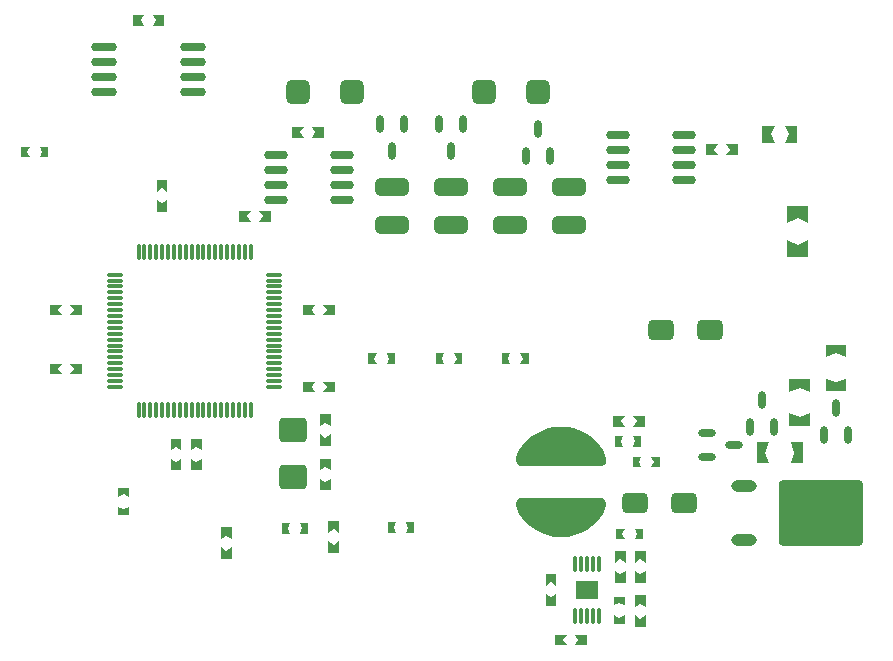
<source format=gtp>
G04 Layer_Color=8421504*
%FSLAX24Y24*%
%MOIN*%
G70*
G01*
G75*
G04:AMPARAMS|DCode=12|XSize=279.5mil|YSize=218.5mil|CornerRadius=10.9mil|HoleSize=0mil|Usage=FLASHONLY|Rotation=0.000|XOffset=0mil|YOffset=0mil|HoleType=Round|Shape=RoundedRectangle|*
%AMROUNDEDRECTD12*
21,1,0.2795,0.1967,0,0,0.0*
21,1,0.2577,0.2185,0,0,0.0*
1,1,0.0219,0.1288,-0.0983*
1,1,0.0219,-0.1288,-0.0983*
1,1,0.0219,-0.1288,0.0983*
1,1,0.0219,0.1288,0.0983*
%
%ADD12ROUNDEDRECTD12*%
%ADD13O,0.0846X0.0394*%
%ADD15O,0.0850X0.0295*%
%ADD18O,0.0591X0.0118*%
%ADD19O,0.0118X0.0591*%
%ADD23O,0.0591X0.0281*%
%ADD24O,0.0281X0.0591*%
G04:AMPARAMS|DCode=26|XSize=86.6mil|YSize=68.9mil|CornerRadius=17.2mil|HoleSize=0mil|Usage=FLASHONLY|Rotation=0.000|XOffset=0mil|YOffset=0mil|HoleType=Round|Shape=RoundedRectangle|*
%AMROUNDEDRECTD26*
21,1,0.0866,0.0344,0,0,0.0*
21,1,0.0522,0.0689,0,0,0.0*
1,1,0.0344,0.0261,-0.0172*
1,1,0.0344,-0.0261,-0.0172*
1,1,0.0344,-0.0261,0.0172*
1,1,0.0344,0.0261,0.0172*
%
%ADD26ROUNDEDRECTD26*%
%ADD28O,0.0118X0.0571*%
%ADD29R,0.0728X0.0610*%
G04:AMPARAMS|DCode=30|XSize=110.2mil|YSize=59.1mil|CornerRadius=14.8mil|HoleSize=0mil|Usage=FLASHONLY|Rotation=0.000|XOffset=0mil|YOffset=0mil|HoleType=Round|Shape=RoundedRectangle|*
%AMROUNDEDRECTD30*
21,1,0.1102,0.0295,0,0,0.0*
21,1,0.0807,0.0591,0,0,0.0*
1,1,0.0295,0.0404,-0.0148*
1,1,0.0295,-0.0404,-0.0148*
1,1,0.0295,-0.0404,0.0148*
1,1,0.0295,0.0404,0.0148*
%
%ADD30ROUNDEDRECTD30*%
%ADD31O,0.0800X0.0295*%
G04:AMPARAMS|DCode=32|XSize=90.6mil|YSize=82.7mil|CornerRadius=12.4mil|HoleSize=0mil|Usage=FLASHONLY|Rotation=180.000|XOffset=0mil|YOffset=0mil|HoleType=Round|Shape=RoundedRectangle|*
%AMROUNDEDRECTD32*
21,1,0.0906,0.0579,0,0,180.0*
21,1,0.0657,0.0827,0,0,180.0*
1,1,0.0248,-0.0329,0.0289*
1,1,0.0248,0.0329,0.0289*
1,1,0.0248,0.0329,-0.0289*
1,1,0.0248,-0.0329,-0.0289*
%
%ADD32ROUNDEDRECTD32*%
G04:AMPARAMS|DCode=34|XSize=82.7mil|YSize=78.7mil|CornerRadius=19.7mil|HoleSize=0mil|Usage=FLASHONLY|Rotation=270.000|XOffset=0mil|YOffset=0mil|HoleType=Round|Shape=RoundedRectangle|*
%AMROUNDEDRECTD34*
21,1,0.0827,0.0394,0,0,270.0*
21,1,0.0433,0.0787,0,0,270.0*
1,1,0.0394,-0.0197,-0.0217*
1,1,0.0394,-0.0197,0.0217*
1,1,0.0394,0.0197,0.0217*
1,1,0.0394,0.0197,-0.0217*
%
%ADD34ROUNDEDRECTD34*%
G36*
X31319Y46437D02*
X30925D01*
X31043Y46614D01*
X30925Y46791D01*
X31319D01*
Y46437D01*
D02*
G37*
G36*
X30531Y46614D02*
X30650Y46437D01*
X30256D01*
Y46791D01*
X30650D01*
X30531Y46614D01*
D02*
G37*
G36*
X36624Y42707D02*
X36230D01*
X36348Y42884D01*
X36230Y43061D01*
X36624D01*
Y42707D01*
D02*
G37*
G36*
X35837Y42884D02*
X35955Y42707D01*
X35561D01*
Y43061D01*
X35955D01*
X35837Y42884D01*
D02*
G37*
G36*
X52411Y42539D02*
X51998D01*
X52126Y42815D01*
X51998Y43091D01*
X52411D01*
Y42539D01*
D02*
G37*
G36*
X51535Y42815D02*
X51663Y42539D01*
X51250D01*
Y43091D01*
X51663D01*
X51535Y42815D01*
D02*
G37*
G36*
X50433Y42126D02*
X50039D01*
X50157Y42303D01*
X50039Y42480D01*
X50433D01*
Y42126D01*
D02*
G37*
G36*
X49646Y42303D02*
X49764Y42126D01*
X49370D01*
Y42480D01*
X49764D01*
X49646Y42303D01*
D02*
G37*
G36*
X27431Y42057D02*
X27155D01*
X27234Y42234D01*
X27155Y42411D01*
X27431D01*
Y42057D01*
D02*
G37*
G36*
X26742Y42234D02*
X26821Y42057D01*
X26545D01*
Y42411D01*
X26821D01*
X26742Y42234D01*
D02*
G37*
G36*
X31417Y40906D02*
X31240Y41024D01*
X31063Y40906D01*
Y41299D01*
X31417D01*
Y40906D01*
D02*
G37*
G36*
Y40236D02*
X31063D01*
Y40630D01*
X31240Y40512D01*
X31417Y40630D01*
Y40236D01*
D02*
G37*
G36*
X34862Y39902D02*
X34469D01*
X34587Y40079D01*
X34469Y40256D01*
X34862D01*
Y39902D01*
D02*
G37*
G36*
X34075Y40079D02*
X34193Y39902D01*
X33799D01*
Y40256D01*
X34193D01*
X34075Y40079D01*
D02*
G37*
G36*
X52776Y39872D02*
X52421Y40030D01*
X52067Y39872D01*
Y40423D01*
X52776D01*
Y39872D01*
D02*
G37*
G36*
Y38730D02*
X52067D01*
Y39281D01*
X52421Y39124D01*
X52776Y39281D01*
Y38730D01*
D02*
G37*
G36*
X37008Y36781D02*
X36614D01*
X36732Y36959D01*
X36614Y37136D01*
X37008D01*
Y36781D01*
D02*
G37*
G36*
X36220Y36959D02*
X36339Y36781D01*
X35945D01*
Y37136D01*
X36339D01*
X36220Y36959D01*
D02*
G37*
G36*
X28563Y36781D02*
X28169D01*
X28287Y36959D01*
X28169Y37136D01*
X28563D01*
Y36781D01*
D02*
G37*
G36*
X27776Y36959D02*
X27894Y36781D01*
X27500D01*
Y37136D01*
X27894D01*
X27776Y36959D01*
D02*
G37*
G36*
X54045Y35394D02*
X53701Y35512D01*
X53356Y35394D01*
Y35807D01*
X54045D01*
Y35394D01*
D02*
G37*
G36*
X43454Y35167D02*
X43179D01*
X43258Y35344D01*
X43179Y35522D01*
X43454D01*
Y35167D01*
D02*
G37*
G36*
X42766Y35344D02*
X42844Y35167D01*
X42569D01*
Y35522D01*
X42844D01*
X42766Y35344D01*
D02*
G37*
G36*
X41250Y35167D02*
X40974D01*
X41053Y35344D01*
X40974Y35522D01*
X41250D01*
Y35167D01*
D02*
G37*
G36*
X40561Y35344D02*
X40640Y35167D01*
X40364D01*
Y35522D01*
X40640D01*
X40561Y35344D01*
D02*
G37*
G36*
X38996Y35167D02*
X38720D01*
X38799Y35344D01*
X38720Y35522D01*
X38996D01*
Y35167D01*
D02*
G37*
G36*
X38307Y35344D02*
X38386Y35167D01*
X38110D01*
Y35522D01*
X38386D01*
X38307Y35344D01*
D02*
G37*
G36*
X28563Y34813D02*
X28169D01*
X28287Y34990D01*
X28169Y35167D01*
X28563D01*
Y34813D01*
D02*
G37*
G36*
X27776Y34990D02*
X27894Y34813D01*
X27500D01*
Y35167D01*
X27894D01*
X27776Y34990D01*
D02*
G37*
G36*
X54045Y34252D02*
X53356D01*
Y34665D01*
X53701Y34547D01*
X54045Y34665D01*
Y34252D01*
D02*
G37*
G36*
X52835Y34242D02*
X52490Y34360D01*
X52146Y34242D01*
Y34656D01*
X52835D01*
Y34242D01*
D02*
G37*
G36*
X37008Y34222D02*
X36614D01*
X36732Y34400D01*
X36614Y34577D01*
X37008D01*
Y34222D01*
D02*
G37*
G36*
X36220Y34400D02*
X36339Y34222D01*
X35945D01*
Y34577D01*
X36339D01*
X36220Y34400D01*
D02*
G37*
G36*
X52835Y33100D02*
X52146D01*
Y33514D01*
X52490Y33396D01*
X52835Y33514D01*
Y33100D01*
D02*
G37*
G36*
X36860Y33091D02*
X36683Y33209D01*
X36506Y33091D01*
Y33484D01*
X36860D01*
Y33091D01*
D02*
G37*
G36*
X47333Y33071D02*
X46939D01*
X47057Y33248D01*
X46939Y33425D01*
X47333D01*
Y33071D01*
D02*
G37*
G36*
X46545Y33248D02*
X46663Y33071D01*
X46270D01*
Y33425D01*
X46663D01*
X46545Y33248D01*
D02*
G37*
G36*
X36860Y32421D02*
X36506D01*
Y32815D01*
X36683Y32697D01*
X36860Y32815D01*
Y32421D01*
D02*
G37*
G36*
X47215Y32402D02*
X46939D01*
X47018Y32579D01*
X46939Y32756D01*
X47215D01*
Y32402D01*
D02*
G37*
G36*
X46526Y32579D02*
X46605Y32402D01*
X46329D01*
Y32756D01*
X46605D01*
X46526Y32579D01*
D02*
G37*
G36*
X32559Y32283D02*
X32382Y32402D01*
X32205Y32283D01*
Y32677D01*
X32559D01*
Y32283D01*
D02*
G37*
G36*
X31880D02*
X31703Y32402D01*
X31526Y32283D01*
Y32677D01*
X31880D01*
Y32283D01*
D02*
G37*
G36*
X32559Y31614D02*
X32205D01*
Y32008D01*
X32382Y31890D01*
X32559Y32008D01*
Y31614D01*
D02*
G37*
G36*
X31880D02*
X31526D01*
Y32008D01*
X31703Y31890D01*
X31880Y32008D01*
Y31614D01*
D02*
G37*
G36*
X52608Y31860D02*
X52195D01*
X52313Y32205D01*
X52195Y32549D01*
X52608D01*
Y31860D01*
D02*
G37*
G36*
X51348Y32205D02*
X51467Y31860D01*
X51053D01*
Y32549D01*
X51467D01*
X51348Y32205D01*
D02*
G37*
G36*
X44760Y33058D02*
X44978Y33014D01*
X45189Y32941D01*
X45388Y32841D01*
X45572Y32715D01*
X45737Y32566D01*
X45739Y32564D01*
X45845Y32437D01*
X45929Y32296D01*
X45990Y32143D01*
X46032Y32009D01*
X46041Y31936D01*
X46022Y31865D01*
X45978Y31806D01*
X45916Y31766D01*
X45844Y31753D01*
X43239D01*
X43164Y31767D01*
X43100Y31807D01*
X43056Y31868D01*
X43036Y31941D01*
X43045Y32016D01*
X43085Y32146D01*
X43146Y32297D01*
X43229Y32436D01*
X43333Y32561D01*
X43338Y32566D01*
X43503Y32715D01*
X43687Y32841D01*
X43886Y32941D01*
X44097Y33014D01*
X44315Y33058D01*
X44537Y33073D01*
X44760Y33058D01*
D02*
G37*
G36*
X47825Y31713D02*
X47549D01*
X47628Y31890D01*
X47549Y32067D01*
X47825D01*
Y31713D01*
D02*
G37*
G36*
X47136Y31890D02*
X47215Y31713D01*
X46939D01*
Y32067D01*
X47215D01*
X47136Y31890D01*
D02*
G37*
G36*
X36860Y31614D02*
X36683Y31732D01*
X36506Y31614D01*
Y32008D01*
X36860D01*
Y31614D01*
D02*
G37*
G36*
Y30945D02*
X36506D01*
Y31339D01*
X36683Y31220D01*
X36860Y31339D01*
Y30945D01*
D02*
G37*
G36*
X30138Y30738D02*
X29961Y30817D01*
X29783Y30738D01*
Y31014D01*
X30138D01*
Y30738D01*
D02*
G37*
G36*
Y30128D02*
X29783D01*
Y30404D01*
X29961Y30325D01*
X30138Y30404D01*
Y30128D01*
D02*
G37*
G36*
X37136Y29528D02*
X36959Y29646D01*
X36781Y29528D01*
Y29921D01*
X37136D01*
Y29528D01*
D02*
G37*
G36*
X39645Y29528D02*
X39370D01*
X39449Y29705D01*
X39370Y29882D01*
X39645D01*
Y29528D01*
D02*
G37*
G36*
X38957Y29705D02*
X39035Y29528D01*
X38760D01*
Y29882D01*
X39035D01*
X38957Y29705D01*
D02*
G37*
G36*
X36112Y29508D02*
X35836D01*
X35915Y29685D01*
X35836Y29862D01*
X36112D01*
Y29508D01*
D02*
G37*
G36*
X35423Y29685D02*
X35502Y29508D01*
X35226D01*
Y29862D01*
X35502D01*
X35423Y29685D01*
D02*
G37*
G36*
X45911Y30694D02*
X45975Y30653D01*
X46019Y30593D01*
X46039Y30519D01*
X46030Y30444D01*
X45989Y30315D01*
X45929Y30164D01*
X45846Y30024D01*
X45742Y29899D01*
X45737Y29895D01*
X45572Y29746D01*
X45388Y29620D01*
X45189Y29520D01*
X44978Y29447D01*
X44760Y29403D01*
X44537Y29388D01*
X44315Y29403D01*
X44097Y29447D01*
X43886Y29520D01*
X43687Y29620D01*
X43503Y29746D01*
X43338Y29895D01*
X43335Y29897D01*
X43230Y30024D01*
X43146Y30165D01*
X43084Y30318D01*
X43043Y30452D01*
X43034Y30525D01*
X43053Y30596D01*
X43096Y30655D01*
X43158Y30694D01*
X43231Y30708D01*
X45836D01*
X45911Y30694D01*
D02*
G37*
G36*
X47264Y29321D02*
X46988D01*
X47067Y29498D01*
X46988Y29675D01*
X47264D01*
Y29321D01*
D02*
G37*
G36*
X46575Y29498D02*
X46654Y29321D01*
X46378D01*
Y29675D01*
X46654D01*
X46575Y29498D01*
D02*
G37*
G36*
X33553Y29321D02*
X33376Y29439D01*
X33199Y29321D01*
Y29715D01*
X33553D01*
Y29321D01*
D02*
G37*
G36*
X37136Y28858D02*
X36781D01*
Y29252D01*
X36959Y29134D01*
X37136Y29252D01*
Y28858D01*
D02*
G37*
G36*
X33553Y28652D02*
X33199D01*
Y29045D01*
X33376Y28927D01*
X33553Y29045D01*
Y28652D01*
D02*
G37*
G36*
X47362Y28543D02*
X47185Y28661D01*
X47008Y28543D01*
Y28937D01*
X47362D01*
Y28543D01*
D02*
G37*
G36*
X46693D02*
X46516Y28661D01*
X46339Y28543D01*
Y28937D01*
X46693D01*
Y28543D01*
D02*
G37*
G36*
X47362Y27874D02*
X47008D01*
Y28268D01*
X47185Y28150D01*
X47362Y28268D01*
Y27874D01*
D02*
G37*
G36*
X46693D02*
X46339D01*
Y28268D01*
X46516Y28150D01*
X46693Y28268D01*
Y27874D01*
D02*
G37*
G36*
X44380Y27776D02*
X44203Y27894D01*
X44026Y27776D01*
Y28169D01*
X44380D01*
Y27776D01*
D02*
G37*
G36*
Y27106D02*
X44026D01*
Y27500D01*
X44203Y27382D01*
X44380Y27500D01*
Y27106D01*
D02*
G37*
G36*
X46654Y27116D02*
X46476Y27195D01*
X46299Y27116D01*
Y27392D01*
X46654D01*
Y27116D01*
D02*
G37*
G36*
X47362Y27057D02*
X47185Y27175D01*
X47008Y27057D01*
Y27451D01*
X47362D01*
Y27057D01*
D02*
G37*
G36*
X46654Y26506D02*
X46299D01*
Y26782D01*
X46476Y26703D01*
X46654Y26782D01*
Y26506D01*
D02*
G37*
G36*
X47362Y26388D02*
X47008D01*
Y26781D01*
X47185Y26663D01*
X47362Y26781D01*
Y26388D01*
D02*
G37*
G36*
X45394Y25787D02*
X45000D01*
X45118Y25965D01*
X45000Y26142D01*
X45394D01*
Y25787D01*
D02*
G37*
G36*
X44606Y25965D02*
X44724Y25787D01*
X44331D01*
Y26142D01*
X44724D01*
X44606Y25965D01*
D02*
G37*
D12*
X53189Y30187D02*
D03*
D13*
X50630Y31085D02*
D03*
Y29289D02*
D03*
D15*
X32261Y44738D02*
D03*
X29311D02*
D03*
X32261Y45738D02*
D03*
Y45238D02*
D03*
Y44238D02*
D03*
X29311Y45738D02*
D03*
Y45238D02*
D03*
Y44238D02*
D03*
D18*
X29685Y34400D02*
D03*
Y37156D02*
D03*
Y37352D02*
D03*
X34961D02*
D03*
Y37156D02*
D03*
Y34400D02*
D03*
X29685Y37549D02*
D03*
Y37746D02*
D03*
Y37943D02*
D03*
Y38140D02*
D03*
X34961D02*
D03*
Y37943D02*
D03*
Y37746D02*
D03*
Y37549D02*
D03*
X29685Y34596D02*
D03*
Y34793D02*
D03*
Y34990D02*
D03*
Y35187D02*
D03*
Y35384D02*
D03*
Y35581D02*
D03*
Y35778D02*
D03*
Y35974D02*
D03*
Y36171D02*
D03*
Y36368D02*
D03*
Y36565D02*
D03*
Y36762D02*
D03*
Y36959D02*
D03*
X34961D02*
D03*
Y36762D02*
D03*
Y36565D02*
D03*
Y36368D02*
D03*
Y36171D02*
D03*
Y35974D02*
D03*
Y35778D02*
D03*
Y35581D02*
D03*
Y35384D02*
D03*
Y35187D02*
D03*
Y34990D02*
D03*
Y34793D02*
D03*
Y34596D02*
D03*
D19*
X32224Y38907D02*
D03*
X32421D02*
D03*
Y33632D02*
D03*
X32224D02*
D03*
X30453Y38907D02*
D03*
X30650D02*
D03*
X30846D02*
D03*
X31043D02*
D03*
X31240D02*
D03*
X31437D02*
D03*
X31634D02*
D03*
X31831D02*
D03*
X32028D02*
D03*
X32618D02*
D03*
X32815D02*
D03*
X33012D02*
D03*
X33209D02*
D03*
X33406D02*
D03*
X33602D02*
D03*
X33799D02*
D03*
X33996D02*
D03*
X34193D02*
D03*
X32028Y33632D02*
D03*
X31831D02*
D03*
X31634D02*
D03*
X31437D02*
D03*
X31240D02*
D03*
X31043D02*
D03*
X30846D02*
D03*
X30650D02*
D03*
X30453D02*
D03*
X34193D02*
D03*
X33996D02*
D03*
X33799D02*
D03*
X33602D02*
D03*
X33406D02*
D03*
X33209D02*
D03*
X33012D02*
D03*
X32815D02*
D03*
X32618D02*
D03*
D23*
X49395Y32854D02*
D03*
Y32054D02*
D03*
X50305Y32454D02*
D03*
D24*
X53297Y32800D02*
D03*
X54097D02*
D03*
X53697Y33710D02*
D03*
X50837Y33066D02*
D03*
X51637D02*
D03*
X51237Y33976D02*
D03*
X43376Y42082D02*
D03*
X44176D02*
D03*
X43776Y42992D02*
D03*
X40460Y43164D02*
D03*
X41260D02*
D03*
X40860Y42254D02*
D03*
X38501Y43164D02*
D03*
X39301D02*
D03*
X38901Y42254D02*
D03*
D26*
X49488Y36280D02*
D03*
X47874D02*
D03*
X47008Y30541D02*
D03*
X48622D02*
D03*
D28*
X45000Y26772D02*
D03*
X45197D02*
D03*
X45394D02*
D03*
X45591D02*
D03*
X45787D02*
D03*
Y28504D02*
D03*
X45591D02*
D03*
X45394D02*
D03*
X45197D02*
D03*
X45000D02*
D03*
D29*
X45394Y27638D02*
D03*
D30*
X42825Y41063D02*
D03*
Y39803D02*
D03*
X44803Y41063D02*
D03*
Y39803D02*
D03*
X40866Y41063D02*
D03*
Y39803D02*
D03*
X38898Y41063D02*
D03*
Y39803D02*
D03*
D31*
X37230Y41116D02*
D03*
X35030D02*
D03*
X37230Y40616D02*
D03*
X35030D02*
D03*
X37230Y42116D02*
D03*
Y41616D02*
D03*
X35030D02*
D03*
Y42116D02*
D03*
X46422Y42289D02*
D03*
X48622D02*
D03*
X46422Y42789D02*
D03*
X48622D02*
D03*
X46422Y41289D02*
D03*
Y41789D02*
D03*
X48622D02*
D03*
Y41289D02*
D03*
D32*
X35610Y31398D02*
D03*
Y32972D02*
D03*
D34*
X35768Y44222D02*
D03*
X37579D02*
D03*
X41968D02*
D03*
X43780D02*
D03*
M02*

</source>
